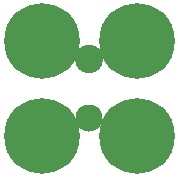
<source format=gts>
G04 #@! TF.FileFunction,Soldermask,Top*
%FSLAX46Y46*%
G04 Gerber Fmt 4.6, Leading zero omitted, Abs format (unit mm)*
G04 Created by KiCad (PCBNEW 4.0.1-3.201512221402+6198~38~ubuntu14.04.1-stable) date Tue 01 Mar 2016 11:06:45 AM PST*
%MOMM*%
G01*
G04 APERTURE LIST*
%ADD10C,0.100000*%
%ADD11C,2.400000*%
%ADD12C,2.300000*%
%ADD13C,6.400000*%
G04 APERTURE END LIST*
D10*
D11*
X131500000Y-87000000D03*
D12*
X131500000Y-92000000D03*
D13*
X127500000Y-93500000D03*
X127500000Y-85500000D03*
X135500000Y-85500000D03*
X135500000Y-93500000D03*
M02*

</source>
